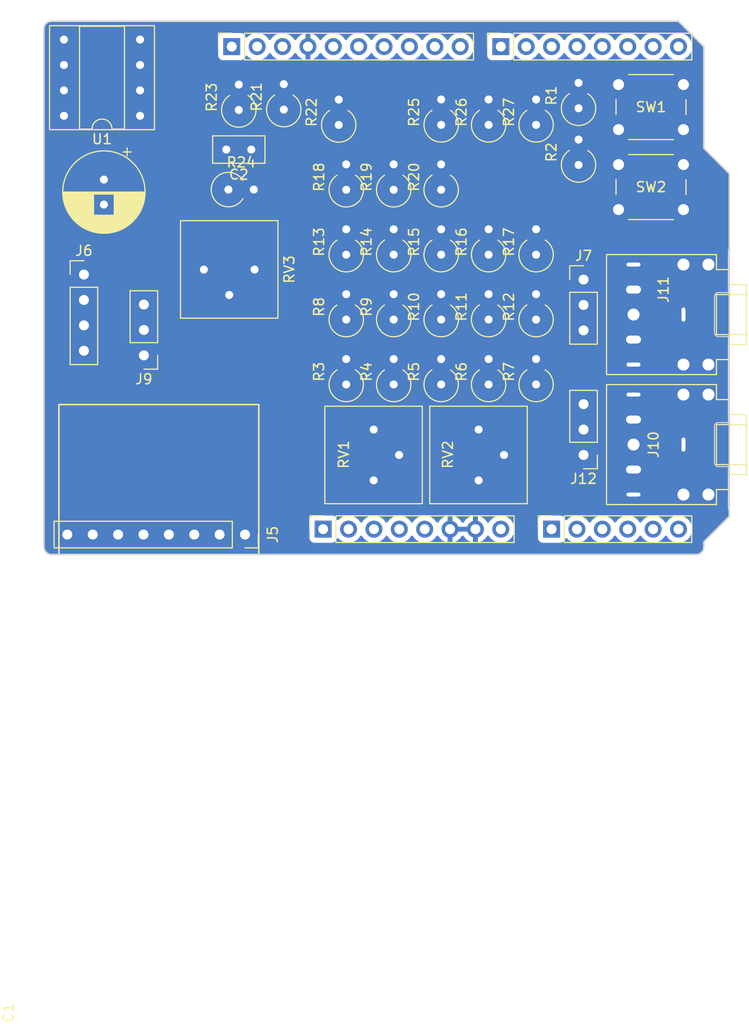
<source format=kicad_pcb>
(kicad_pcb (version 20241229) (generator "pcbnew") (generator_version "9.0")
  (title_block (date "mar. 31 mars 2015"))
  (layers (0 "F.Cu" signal) (2 "B.Cu" signal) (13 "F.Paste" user) (15 "B.Paste" user) (5 "F.SilkS" user "F.Silkscreen") (7 "B.SilkS" user "B.Silkscreen") (1 "F.Mask" user) (3 "B.Mask" user) (25 "Edge.Cuts" user))
  (net 0 "")
  (net 1 "GND")
  (net 3 "+5V")
  (net 4 "/IOREF")
  (net 5 "/A0")
  (net 6 "/A1")
  (net 7 "/SDA{slash}A4")
  (net 8 "/SCL{slash}A5")
  (net 9 "/AREF")
  (net 10 "/TX{slash}1")
  (net 11 "/RX{slash}0")
  (net 12 "+3V3")
  (net 13 "VCC")
  (net 14 "/~{RESET}")
  (net 15 "/SCL")
  (net 16 "/SDA")
  (net 21 "/BT1")
  (net 22 "/BT2")
  (net 23 "Net-(C2-Pad2)")
  (net 24 "Net-(U1A--)")
  (net 25 "/D7")
  (net 26 "/D8")
  (net 27 "/D9")
  (net 28 "/D6")
  (net 29 "/D4")
  (net 30 "/D5")
  (net 31 "/IN_RIGHT")
  (net 32 "/IN_LEFT")
  (net 33 "/D3")
  (net 34 "/D2")
  (net 35 "/D0")
  (net 36 "/D1")
  (net 37 "/AUDIO_OUT")
  (net 38 "Net-(J9-Pin_3)")
  (net 39 "Net-(J9-Pin_2)")
  (net 40 "Net-(R3-Pad2)")
  (net 41 "Net-(R5-Pad1)")
  (net 42 "Net-(R7-Pad1)")
  (net 43 "Net-(R10-Pad1)")
  (net 44 "Net-(R11-Pad1)")
  (net 45 "Net-(R13-Pad1)")
  (net 46 "Net-(R15-Pad1)")
  (net 47 "Net-(R17-Pad1)")
  (net 48 "Net-(R19-Pad1)")
  (net 49 "Net-(R21-Pad1)")
  (net 50 "Net-(R25-Pad2)")
  (net 51 "Net-(R26-Pad1)")
  (net 52 "Net-(U1B--)")
  (footprint "Connector_PinSocket_2.54mm:PinSocket_1x08_P2.54mm_Vertical" (layer "F.Cu") (at 127.94 97.46 90)
    (property "Reference" "J1" (hide yes))
    (property "Value" "Power")
    (pad "1" thru_hole rect (at 0 0 90) (size 1.7 1.7) (drill 1) (layers "*.Cu" "*.Mask"))
    (pad "2" thru_hole oval (at 0 2.54 90) (size 1.7 1.7) (drill 1) (layers "*.Cu" "*.Mask") (net 4 "/IOREF"))
    (pad "3" thru_hole oval (at 0 5.08 90) (size 1.7 1.7) (drill 1) (layers "*.Cu" "*.Mask") (net 14 "/~{RESET}"))
    (pad "4" thru_hole oval (at 0 7.62 90) (size 1.7 1.7) (drill 1) (layers "*.Cu" "*.Mask") (net 12 "+3V3"))
    (pad "5" thru_hole oval (at 0 10.16 90) (size 1.7 1.7) (drill 1) (layers "*.Cu" "*.Mask") (net 3 "+5V"))
    (pad "6" thru_hole oval (at 0 12.7 90) (size 1.7 1.7) (drill 1) (layers "*.Cu" "*.Mask") (net 1 "GND"))
    (pad "7" thru_hole oval (at 0 15.24 90) (size 1.7 1.7) (drill 1) (layers "*.Cu" "*.Mask") (net 1 "GND"))
    (pad "8" thru_hole oval (at 0 17.78 90) (size 1.7 1.7) (drill 1) (layers "*.Cu" "*.Mask") (net 13 "VCC"))
  )
  (footprint "Connector_PinSocket_2.54mm:PinSocket_1x06_P2.54mm_Vertical" (layer "F.Cu") (at 150.8 97.46 90)
    (property "Reference" "J3" (hide yes))
    (property "Value" "Analog")
    (pad "1" thru_hole rect (at 0 0 90) (size 1.7 1.7) (drill 1) (layers "*.Cu" "*.Mask") (net 5 "/A0"))
    (pad "2" thru_hole oval (at 0 2.54 90) (size 1.7 1.7) (drill 1) (layers "*.Cu" "*.Mask") (net 6 "/A1"))
    (pad "3" thru_hole oval (at 0 5.08 90) (size 1.7 1.7) (drill 1) (layers "*.Cu" "*.Mask") (net 31 "/IN_RIGHT"))
    (pad "4" thru_hole oval (at 0 7.62 90) (size 1.7 1.7) (drill 1) (layers "*.Cu" "*.Mask") (net 32 "/IN_LEFT"))
    (pad "5" thru_hole oval (at 0 10.16 90) (size 1.7 1.7) (drill 1) (layers "*.Cu" "*.Mask") (net 7 "/SDA{slash}A4"))
    (pad "6" thru_hole oval (at 0 12.7 90) (size 1.7 1.7) (drill 1) (layers "*.Cu" "*.Mask") (net 8 "/SCL{slash}A5"))
  )
  (footprint "Connector_PinSocket_2.54mm:PinSocket_1x10_P2.54mm_Vertical" (layer "F.Cu") (at 118.796 49.2 90)
    (property "Reference" "J2" (hide yes))
    (property "Value" "Digital/PWM")
    (pad "1" thru_hole rect (at 0 0 90) (size 1.7 1.7) (drill 1) (layers "*.Cu" "*.Mask") (net 15 "/SCL"))
    (pad "2" thru_hole oval (at 0 2.54 90) (size 1.7 1.7) (drill 1) (layers "*.Cu" "*.Mask") (net 16 "/SDA"))
    (pad "3" thru_hole oval (at 0 5.08 90) (size 1.7 1.7) (drill 1) (layers "*.Cu" "*.Mask") (net 9 "/AREF"))
    (pad "4" thru_hole oval (at 0 7.62 90) (size 1.7 1.7) (drill 1) (layers "*.Cu" "*.Mask") (net 1 "GND"))
    (pad "5" thru_hole oval (at 0 10.16 90) (size 1.7 1.7) (drill 1) (layers "*.Cu" "*.Mask") (net 27 "/D9"))
    (pad "6" thru_hole oval (at 0 12.7 90) (size 1.7 1.7) (drill 1) (layers "*.Cu" "*.Mask") (net 26 "/D8"))
    (pad "7" thru_hole oval (at 0 15.24 90) (size 1.7 1.7) (drill 1) (layers "*.Cu" "*.Mask") (net 25 "/D7"))
    (pad "8" thru_hole oval (at 0 17.78 90) (size 1.7 1.7) (drill 1) (layers "*.Cu" "*.Mask") (net 28 "/D6"))
    (pad "9" thru_hole oval (at 0 20.32 90) (size 1.7 1.7) (drill 1) (layers "*.Cu" "*.Mask") (net 30 "/D5"))
    (pad "10" thru_hole oval (at 0 22.86 90) (size 1.7 1.7) (drill 1) (layers "*.Cu" "*.Mask") (net 29 "/D4"))
  )
  (footprint "Connector_PinSocket_2.54mm:PinSocket_1x08_P2.54mm_Vertical" (layer "F.Cu") (at 145.72 49.2 90)
    (property "Reference" "J4" (hide yes))
    (property "Value" "Digital/PWM")
    (pad "1" thru_hole rect (at 0 0 90) (size 1.7 1.7) (drill 1) (layers "*.Cu" "*.Mask") (net 33 "/D3"))
    (pad "2" thru_hole oval (at 0 2.54 90) (size 1.7 1.7) (drill 1) (layers "*.Cu" "*.Mask") (net 34 "/D2"))
    (pad "3" thru_hole oval (at 0 5.08 90) (size 1.7 1.7) (drill 1) (layers "*.Cu" "*.Mask") (net 36 "/D1"))
    (pad "4" thru_hole oval (at 0 7.62 90) (size 1.7 1.7) (drill 1) (layers "*.Cu" "*.Mask") (net 35 "/D0"))
    (pad "5" thru_hole oval (at 0 10.16 90) (size 1.7 1.7) (drill 1) (layers "*.Cu" "*.Mask") (net 22 "/BT2"))
    (pad "6" thru_hole oval (at 0 12.7 90) (size 1.7 1.7) (drill 1) (layers "*.Cu" "*.Mask") (net 21 "/BT1"))
    (pad "7" thru_hole oval (at 0 15.24 90) (size 1.7 1.7) (drill 1) (layers "*.Cu" "*.Mask") (net 10 "/TX{slash}1"))
    (pad "8" thru_hole oval (at 0 17.78 90) (size 1.7 1.7) (drill 1) (layers "*.Cu" "*.Mask") (net 11 "/RX{slash}0"))
  )
  (footprint "Resistor_THT:R_Axial_DIN0309_L9.0mm_D3.2mm_P2.54mm_Vertical" (layer "F.Cu") (at 135 76.5 90)
    (property "Reference" "R9" (at 1.27 -2.72 90) (layer "F.SilkS"))
    (property "Value" "10k")
    (pad "1" thru_hole circle (at 0 0 90) (size 1.6 1.6) (drill 0.8) (layers "*.Cu" "*.Mask") (net 43 "Net-(R10-Pad1)"))
    (pad "2" thru_hole circle (at 2.54 0 90) (size 1.6 1.6) (drill 0.8) (layers "*.Cu" "*.Mask") (net 42 "Net-(R7-Pad1)"))
  )
  (footprint "Resistor_THT:R_Axial_DIN0309_L9.0mm_D3.2mm_P2.54mm_Vertical" (layer "F.Cu") (at 130.25 70.01 90)
    (property "Reference" "R13" (at 1.27 -2.72 90) (layer "F.SilkS"))
    (property "Value" "10k")
    (pad "1" thru_hole circle (at 0 0 90) (size 1.6 1.6) (drill 0.8) (layers "*.Cu" "*.Mask") (net 45 "Net-(R13-Pad1)"))
    (pad "2" thru_hole circle (at 2.54 0 90) (size 1.6 1.6) (drill 0.8) (layers "*.Cu" "*.Mask") (net 44 "Net-(R11-Pad1)"))
  )
  (footprint "Resistor_THT:R_Axial_DIN0309_L9.0mm_D3.2mm_P2.54mm_Vertical" (layer "F.Cu") (at 135 70.01 90)
    (property "Reference" "R14" (at 1.27 -2.72 90) (layer "F.SilkS"))
    (property "Value" "20k")
    (pad "1" thru_hole circle (at 0 0 90) (size 1.6 1.6) (drill 0.8) (layers "*.Cu" "*.Mask") (net 45 "Net-(R13-Pad1)"))
    (pad "2" thru_hole circle (at 2.54 0 90) (size 1.6 1.6) (drill 0.8) (layers "*.Cu" "*.Mask") (net 30 "/D5"))
  )
  (footprint "Resistor_THT:R_Axial_DIN0309_L9.0mm_D3.2mm_P2.54mm_Vertical" (layer "F.Cu") (at 130.25 63.52 90)
    (property "Reference" "R18" (at 1.27 -2.72 90) (layer "F.SilkS"))
    (property "Value" "20k")
    (pad "1" thru_hole circle (at 0 0 90) (size 1.6 1.6) (drill 0.8) (layers "*.Cu" "*.Mask") (net 47 "Net-(R17-Pad1)"))
    (pad "2" thru_hole circle (at 2.54 0 90) (size 1.6 1.6) (drill 0.8) (layers "*.Cu" "*.Mask") (net 25 "/D7"))
  )
  (footprint "Resistor_THT:R_Axial_DIN0309_L9.0mm_D3.2mm_P2.54mm_Vertical" (layer "F.Cu") (at 135 82.99 90)
    (property "Reference" "R4" (at 1.27 -2.72 90) (layer "F.SilkS"))
    (property "Value" "20k")
    (pad "1" thru_hole circle (at 0 0 90) (size 1.6 1.6) (drill 0.8) (layers "*.Cu" "*.Mask") (net 40 "Net-(R3-Pad2)"))
    (pad "2" thru_hole circle (at 2.54 0 90) (size 1.6 1.6) (drill 0.8) (layers "*.Cu" "*.Mask") (net 35 "/D0"))
  )
  (footprint "Resistor_THT:R_Axial_DIN0309_L9.0mm_D3.2mm_P2.54mm_Vertical" (layer "F.Cu") (at 139.75 70.01 90)
    (property "Reference" "R15" (at 1.27 -2.72 90) (layer "F.SilkS"))
    (property "Value" "10k")
    (pad "1" thru_hole circle (at 0 0 90) (size 1.6 1.6) (drill 0.8) (layers "*.Cu" "*.Mask") (net 46 "Net-(R15-Pad1)"))
    (pad "2" thru_hole circle (at 2.54 0 90) (size 1.6 1.6) (drill 0.8) (layers "*.Cu" "*.Mask") (net 45 "Net-(R13-Pad1)"))
  )
  (footprint "Resistor_THT:R_Axial_DIN0309_L9.0mm_D3.2mm_P2.54mm_Vertical" (layer "F.Cu") (at 135 63.52 90)
    (property "Reference" "R19" (at 1.27 -2.72 90) (layer "F.SilkS"))
    (property "Value" "10k")
    (pad "1" thru_hole circle (at 0 0 90) (size 1.6 1.6) (drill 0.8) (layers "*.Cu" "*.Mask") (net 48 "Net-(R19-Pad1)"))
    (pad "2" thru_hole circle (at 2.54 0 90) (size 1.6 1.6) (drill 0.8) (layers "*.Cu" "*.Mask") (net 47 "Net-(R17-Pad1)"))
  )
  (footprint "Capacitor_THT:C_Disc_D5.0mm_W2.5mm_P2.50mm" (layer "F.Cu") (at 120.75 59.5 180)
    (property "Reference" "C2" (at 1.25 -2.5 0) (layer "F.SilkS"))
    (property "Value" "100pF")
    (pad "1" thru_hole circle (at 0 0 180) (size 1.6 1.6) (drill 0.8) (layers "*.Cu" "*.Mask") (net 24 "Net-(U1A--)"))
    (pad "2" thru_hole circle (at 2.5 0 180) (size 1.6 1.6) (drill 0.8) (layers "*.Cu" "*.Mask") (net 23 "Net-(C2-Pad2)"))
  )
  (footprint "Resistor_THT:R_Axial_DIN0309_L9.0mm_D3.2mm_P2.54mm_Vertical" (layer "F.Cu") (at 149.25 82.99 90)
    (property "Reference" "R7" (at 1.27 -2.72 90) (layer "F.SilkS"))
    (property "Value" "10k")
    (pad "1" thru_hole circle (at 0 0 90) (size 1.6 1.6) (drill 0.8) (layers "*.Cu" "*.Mask") (net 42 "Net-(R7-Pad1)"))
    (pad "2" thru_hole circle (at 2.54 0 90) (size 1.6 1.6) (drill 0.8) (layers "*.Cu" "*.Mask") (net 41 "Net-(R5-Pad1)"))
  )
  (footprint "Resistor_THT:R_Axial_DIN0309_L9.0mm_D3.2mm_P2.54mm_Vertical" (layer "F.Cu") (at 124 55.5 90)
    (property "Reference" "R21" (at 1.27 -2.72 90) (layer "F.SilkS"))
    (property "Value" "10k")
    (pad "1" thru_hole circle (at 0 0 90) (size 1.6 1.6) (drill 0.8) (layers "*.Cu" "*.Mask") (net 49 "Net-(R21-Pad1)"))
    (pad "2" thru_hole circle (at 2.54 0 90) (size 1.6 1.6) (drill 0.8) (layers "*.Cu" "*.Mask") (net 48 "Net-(R19-Pad1)"))
  )
  (footprint "Button_Switch_THT:SW_PUSH_6mm" (layer "F.Cu") (at 164 65.5 180)
    (property "Reference" "SW2" (at 3.25 2.25 0) (layer "F.SilkS"))
    (property "Value" "BT_2")
    (pad "1" thru_hole circle (at 0 0 270) (size 2 2) (drill 1.1) (layers "*.Cu" "*.Mask") (net 3 "+5V"))
    (pad "1" thru_hole circle (at 6.5 0 270) (size 2 2) (drill 1.1) (layers "*.Cu" "*.Mask") (net 3 "+5V"))
    (pad "2" thru_hole circle (at 0 4.5 270) (size 2 2) (drill 1.1) (layers "*.Cu" "*.Mask") (net 22 "/BT2"))
    (pad "2" thru_hole circle (at 6.5 4.5 270) (size 2 2) (drill 1.1) (layers "*.Cu" "*.Mask") (net 22 "/BT2"))
  )
  (footprint "Resistor_THT:R_Axial_DIN0309_L9.0mm_D3.2mm_P2.54mm_Vertical" (layer "F.Cu") (at 139.75 63.52 90)
    (property "Reference" "R20" (at 1.27 -2.72 90) (layer "F.SilkS"))
    (property "Value" "20k")
    (pad "1" thru_hole circle (at 0 0 90) (size 1.6 1.6) (drill 0.8) (layers "*.Cu" "*.Mask") (net 48 "Net-(R19-Pad1)"))
    (pad "2" thru_hole circle (at 2.54 0 90) (size 1.6 1.6) (drill 0.8) (layers "*.Cu" "*.Mask") (net 26 "/D8"))
  )
  (footprint "Resistor_THT:R_Axial_DIN0309_L9.0mm_D3.2mm_P2.54mm_Vertical" (layer "F.Cu") (at 144.5 82.99 90)
    (property "Reference" "R6" (at 1.27 -2.72 90) (layer "F.SilkS"))
    (property "Value" "20k")
    (pad "1" thru_hole circle (at 0 0 90) (size 1.6 1.6) (drill 0.8) (layers "*.Cu" "*.Mask") (net 41 "Net-(R5-Pad1)"))
    (pad "2" thru_hole circle (at 2.54 0 90) (size 1.6 1.6) (drill 0.8) (layers "*.Cu" "*.Mask") (net 36 "/D1"))
  )
  (footprint "Connector_PinHeader_2.54mm:PinHeader_1x03_P2.54mm_Vertical" (layer "F.Cu") (at 154 72.5)
    (property "Reference" "J7" (at 0 -2.38 0) (layer "F.SilkS"))
    (property "Value" "AUDIO_OUT")
    (pad "1" thru_hole rect (at 0 0) (size 1.7 1.7) (drill 1) (layers "*.Cu" "*.Mask") (net 37 "/AUDIO_OUT"))
    (pad "2" thru_hole circle (at 0 2.54) (size 1.7 1.7) (drill 1) (layers "*.Cu" "*.Mask") (net 37 "/AUDIO_OUT"))
    (pad "3" thru_hole circle (at 0 5.08) (size 1.7 1.7) (drill 1) (layers "*.Cu" "*.Mask") (net 1 "GND"))
  )
  (footprint "Resistor_THT:R_Axial_DIN0309_L9.0mm_D3.2mm_P2.54mm_Vertical" (layer "F.Cu") (at 139.75 76.5 90)
    (property "Reference" "R10" (at 1.27 -2.72 90) (layer "F.SilkS"))
    (property "Value" "20k")
    (pad "1" thru_hole circle (at 0 0 90) (size 1.6 1.6) (drill 0.8) (layers "*.Cu" "*.Mask") (net 43 "Net-(R10-Pad1)"))
    (pad "2" thru_hole circle (at 2.54 0 90) (size 1.6 1.6) (drill 0.8) (layers "*.Cu" "*.Mask") (net 33 "/D3"))
  )
  (footprint "Connector_PinSocket_2.54mm:PinSocket_1x08_P2.54mm_Vertical" (layer "F.Cu") (at 120.12 98 -90)
    (property "Reference" "J5" (at 0 -2.77 90) (layer "F.SilkS"))
    (property "Value" "IMU_CONN")
    (pad "1" thru_hole rect (at 0 0 270) (size 1.7 1.7) (drill 1) (layers "*.Cu" "*.Mask"))
    (pad "2" thru_hole circle (at 0 2.54 270) (size 1.7 1.7) (drill 1) (layers "*.Cu" "*.Mask"))
    (pad "3" thru_hole circle (at 0 5.08 270) (size 1.7 1.7) (drill 1) (layers "*.Cu" "*.Mask"))
    (pad "4" thru_hole circle (at 0 7.62 270) (size 1.7 1.7) (drill 1) (layers "*.Cu" "*.Mask"))
    (pad "5" thru_hole circle (at 0 10.16 270) (size 1.7 1.7) (drill 1) (layers "*.Cu" "*.Mask") (net 16 "/SDA"))
    (pad "6" thru_hole circle (at 0 12.7 270) (size 1.7 1.7) (drill 1) (layers "*.Cu" "*.Mask") (net 15 "/SCL"))
    (pad "7" thru_hole circle (at 0 15.24 270) (size 1.7 1.7) (drill 1) (layers "*.Cu" "*.Mask") (net 1 "GND"))
    (pad "8" thru_hole circle (at 0 17.78 270) (size 1.7 1.7) (drill 1) (layers "*.Cu" "*.Mask") (net 3 "+5V"))
  )
  (footprint "Resistor_THT:R_Axial_DIN0309_L9.0mm_D3.2mm_P2.54mm_Vertical" (layer "F.Cu") (at 144.5 57.03 90)
    (property "Reference" "R26" (at 1.27 -2.72 90) (layer "F.SilkS"))
    (property "Value" "20k")
    (pad "1" thru_hole circle (at 0 0 90) (size 1.6 1.6) (drill 0.8) (layers "*.Cu" "*.Mask") (net 51 "Net-(R26-Pad1)"))
    (pad "2" thru_hole circle (at 2.54 0 90) (size 1.6 1.6) (drill 0.8) (layers "*.Cu" "*.Mask") (net 1 "GND"))
  )
  (footprint "Connector_Audio:Jack_3.5mm_CUI_SJ1-3525N_Horizontal" (layer "F.Cu") (at 164 76 90)
    (property "Reference" "J11" (at 2.5 -2 90) (layer "F.SilkS"))
    (property "Value" "AudioJack5")
    (fp_line (start 1.8 3.1) (end -1.8 3.1) (stroke (width 0.12)) (layer "Edge.Cuts"))
    (fp_line (start 2.2 3.5) (end 2.2 4.5) (stroke (width 0.12)) (layer "Edge.Cuts"))
    (fp_line (start -2.2 3.5) (end -2.2 4.5) (stroke (width 0.12)) (layer "Edge.Cuts"))
    (fp_line (start 2.2 4.5) (end 6.5 4.5) (stroke (width 0.12)) (layer "Edge.Cuts"))
    (fp_line (start -2.2 4.5) (end -6.5 4.5) (stroke (width 0.12)) (layer "Edge.Cuts"))
    (fp_arc (start 1.8 3.1) (mid 2.082843 3.217157) (end 2.2 3.5) (stroke (width 0.12)) (layer "Edge.Cuts"))
    (fp_arc (start -2.2 3.5) (mid -2.082842 3.217158) (end -1.8 3.1) (stroke (width 0.12)) (layer "Edge.Cuts"))
    (pad "" np_thru_hole circle (at -5 0 90) (size 1.2 1.2) (drill 1.2) (layers "*.Cu" "*.Mask"))
    (pad "" np_thru_hole circle (at -5 2.5 90) (size 1.2 1.2) (drill 1.2) (layers "*.Cu" "*.Mask"))
    (pad "" np_thru_hole circle (at 0 -5 90) (size 1.2 1.2) (drill 1.2) (layers "*.Cu" "*.Mask"))
    (pad "" np_thru_hole circle (at 5 0 90) (size 1.2 1.2) (drill 1.2) (layers "*.Cu" "*.Mask"))
    (pad "" np_thru_hole circle (at 5 2.5 90) (size 1.2 1.2) (drill 1.2) (layers "*.Cu" "*.Mask"))
    (pad "R" thru_hole oval (at -5 -5 90) (size 1.2 2.2) (drill oval 0.4 1.4) (layers "*.Cu" "*.Mask") (net 37 "/AUDIO_OUT"))
    (pad "RN" thru_hole oval (at -2.5 -5 90) (size 1.6 2.3) (drill oval 0.8 1.5) (layers "*.Cu" "*.Mask") (net 37 "/AUDIO_OUT"))
    (pad "S" thru_hole oval (at 0 0 90) (size 2.2 1.2) (drill oval 1.4 0.4) (layers "*.Cu" "*.Mask") (net 1 "GND"))
    (pad "T" thru_hole oval (at 5 -5 270) (size 1.2 2.2) (drill oval 0.4 1.4) (layers "*.Cu" "*.Mask") (net 37 "/AUDIO_OUT"))
    (pad "TN" thru_hole oval (at 2.5 -5 270) (size 1.6 2.5) (drill oval 0.8 1.5) (layers "*.Cu" "*.Mask") (net 37 "/AUDIO_OUT"))
  )
  (footprint "Resistor_THT:R_Axial_DIN0309_L9.0mm_D3.2mm_P2.54mm_Vertical" (layer "F.Cu") (at 139.75 82.99 90)
    (property "Reference" "R5" (at 1.27 -2.72 90) (layer "F.SilkS"))
    (property "Value" "10k")
    (pad "1" thru_hole circle (at 0 0 90) (size 1.6 1.6) (drill 0.8) (layers "*.Cu" "*.Mask") (net 41 "Net-(R5-Pad1)"))
    (pad "2" thru_hole circle (at 2.54 0 90) (size 1.6 1.6) (drill 0.8) (layers "*.Cu" "*.Mask") (net 40 "Net-(R3-Pad2)"))
  )
  (footprint "Capacitor_THT:CP_Radial_D8.0mm_P2.50mm" (layer "F.Cu") (at 106 62.5 -90)
    (property "Reference" "C1" (at 83.34 9.55 90) (layer "F.SilkS"))
    (property "Value" "47uF")
    (pad "1" thru_hole roundrect (at 0 0 270) (size 1.6 1.6) (drill 0.8) (layers "*.Cu" "*.Mask") (roundrect_rratio 0.15625) (net 3 "+5V"))
    (pad "2" thru_hole circle (at 2.5 0 270) (size 1.6 1.6) (drill 0.8) (layers "*.Cu" "*.Mask") (net 1 "GND"))
  )
  (footprint "Resistor_THT:R_Axial_DIN0309_L9.0mm_D3.2mm_P2.54mm_Vertical" (layer "F.Cu") (at 118.46 63.5)
    (property "Reference" "R24" (at 1.27 -2.72 0) (layer "F.SilkS"))
    (property "Value" "20k")
    (pad "1" thru_hole circle (at 0 0) (size 1.6 1.6) (drill 0.8) (layers "*.Cu" "*.Mask") (net 23 "Net-(C2-Pad2)"))
    (pad "2" thru_hole circle (at 2.54 0) (size 1.6 1.6) (drill 0.8) (layers "*.Cu" "*.Mask") (net 24 "Net-(U1A--)"))
  )
  (footprint "Resistor_THT:R_Axial_DIN0309_L9.0mm_D3.2mm_P2.54mm_Vertical" (layer "F.Cu") (at 149.25 76.5 90)
    (property "Reference" "R12" (at 1.27 -2.72 90) (layer "F.SilkS"))
    (property "Value" "20k")
    (pad "1" thru_hole circle (at 0 0 90) (size 1.6 1.6) (drill 0.8) (layers "*.Cu" "*.Mask") (net 44 "Net-(R11-Pad1)"))
    (pad "2" thru_hole circle (at 2.54 0 90) (size 1.6 1.6) (drill 0.8) (layers "*.Cu" "*.Mask") (net 29 "/D4"))
  )
  (footprint "Button_Switch_THT:SW_PUSH_6mm" (layer "F.Cu") (at 164 57.5 180)
    (property "Reference" "SW1" (at 3.25 2.25 0) (layer "F.SilkS"))
    (property "Value" "BT_1")
    (pad "1" thru_hole circle (at 0 0 270) (size 2 2) (drill 1.1) (layers "*.Cu" "*.Mask") (net 3 "+5V"))
    (pad "1" thru_hole circle (at 6.5 0 270) (size 2 2) (drill 1.1) (layers "*.Cu" "*.Mask") (net 3 "+5V"))
    (pad "2" thru_hole circle (at 0 4.5 270) (size 2 2) (drill 1.1) (layers "*.Cu" "*.Mask") (net 21 "/BT1"))
    (pad "2" thru_hole circle (at 6.5 4.5 270) (size 2 2) (drill 1.1) (layers "*.Cu" "*.Mask") (net 21 "/BT1"))
  )
  (footprint "Resistor_THT:R_Axial_DIN0309_L9.0mm_D3.2mm_P2.54mm_Vertical" (layer "F.Cu") (at 144.5 76.5 90)
    (property "Reference" "R11" (at 1.27 -2.72 90) (layer "F.SilkS"))
    (property "Value" "10k")
    (pad "1" thru_hole circle (at 0 0 90) (size 1.6 1.6) (drill 0.8) (layers "*.Cu" "*.Mask") (net 44 "Net-(R11-Pad1)"))
    (pad "2" thru_hole circle (at 2.54 0 90) (size 1.6 1.6) (drill 0.8) (layers "*.Cu" "*.Mask") (net 43 "Net-(R10-Pad1)"))
  )
  (footprint "Resistor_THT:R_Axial_DIN0309_L9.0mm_D3.2mm_P2.54mm_Vertical" (layer "F.Cu") (at 129.5 57.04 90)
    (property "Reference" "R22" (at 1.27 -2.72 90) (layer "F.SilkS"))
    (property "Value" "20k")
    (pad "1" thru_hole circle (at 0 0 90) (size 1.6 1.6) (drill 0.8) (layers "*.Cu" "*.Mask") (net 49 "Net-(R21-Pad1)"))
    (pad "2" thru_hole circle (at 2.54 0 90) (size 1.6 1.6) (drill 0.8) (layers "*.Cu" "*.Mask") (net 27 "/D9"))
  )
  (footprint "Connector_PinHeader_2.54mm:PinHeader_1x03_P2.54mm_Vertical" (layer "F.Cu") (at 154 90.04 180)
    (property "Reference" "J12" (at 0 -2.38 0) (layer "F.SilkS"))
    (property "Value" "AUDIO_IN")
    (pad "1" thru_hole rect (at 0 0 180) (size 1.7 1.7) (drill 1) (layers "*.Cu" "*.Mask") (net 1 "GND"))
    (pad "2" thru_hole circle (at 0 2.54 180) (size 1.7 1.7) (drill 1) (layers "*.Cu" "*.Mask") (net 31 "/IN_RIGHT"))
    (pad "3" thru_hole circle (at 0 5.08 180) (size 1.7 1.7) (drill 1) (layers "*.Cu" "*.Mask") (net 32 "/IN_LEFT"))
  )
  (footprint "Resistor_THT:R_Axial_DIN0309_L9.0mm_D3.2mm_P2.54mm_Vertical" (layer "F.Cu") (at 153.5 55.37 90)
    (property "Reference" "R1" (at 1.27 -2.72 90) (layer "F.SilkS"))
    (property "Value" "100k")
    (pad "1" thru_hole circle (at 0 0 90) (size 1.6 1.6) (drill 0.8) (layers "*.Cu" "*.Mask") (net 21 "/BT1"))
    (pad "2" thru_hole circle (at 2.54 0 90) (size 1.6 1.6) (drill 0.8) (layers "*.Cu" "*.Mask") (net 1 "GND"))
  )
  (footprint "Resistor_THT:R_Axial_DIN0309_L9.0mm_D3.2mm_P2.54mm_Vertical" (layer "F.Cu") (at 149.25 57.03 90)
    (property "Reference" "R27" (at 1.27 -2.72 90) (layer "F.SilkS"))
    (property "Value" "1k")
    (pad "1" thru_hole circle (at 0 0 90) (size 1.6 1.6) (drill 0.8) (layers "*.Cu" "*.Mask") (net 37 "/AUDIO_OUT"))
    (pad "2" thru_hole circle (at 2.54 0 90) (size 1.6 1.6) (drill 0.8) (layers "*.Cu" "*.Mask") (net 23 "Net-(C2-Pad2)"))
  )
  (footprint "Resistor_THT:R_Axial_DIN0309_L9.0mm_D3.2mm_P2.54mm_Vertical" (layer "F.Cu") (at 149.25 70.01 90)
    (property "Reference" "R17" (at 1.27 -2.72 90) (layer "F.SilkS"))
    (property "Value" "10k")
    (pad "1" thru_hole circle (at 0 0 90) (size 1.6 1.6) (drill 0.8) (layers "*.Cu" "*.Mask") (net 47 "Net-(R17-Pad1)"))
    (pad "2" thru_hole circle (at 2.54 0 90) (size 1.6 1.6) (drill 0.8) (layers "*.Cu" "*.Mask") (net 46 "Net-(R15-Pad1)"))
  )
  (footprint "Resistor_THT:R_Axial_DIN0309_L9.0mm_D3.2mm_P2.54mm_Vertical" (layer "F.Cu") (at 139.75 57.03 90)
    (property "Reference" "R25" (at 1.27 -2.72 90) (layer "F.SilkS"))
    (property "Value" "20k")
    (pad "1" thru_hole circle (at 0 0 90) (size 1.6 1.6) (drill 0.8) (layers "*.Cu" "*.Mask") (net 3 "+5V"))
    (pad "2" thru_hole circle (at 2.54 0 90) (size 1.6 1.6) (drill 0.8) (layers "*.Cu" "*.Mask") (net 50 "Net-(R25-Pad2)"))
  )
  (footprint "Resistor_THT:R_Axial_DIN0309_L9.0mm_D3.2mm_P2.54mm_Vertical" (layer "F.Cu") (at 144.5 70.01 90)
    (property "Reference" "R16" (at 1.27 -2.72 90) (layer "F.SilkS"))
    (property "Value" "20k")
    (pad "1" thru_hole circle (at 0 0 90) (size 1.6 1.6) (drill 0.8) (layers "*.Cu" "*.Mask") (net 46 "Net-(R15-Pad1)"))
    (pad "2" thru_hole circle (at 2.54 0 90) (size 1.6 1.6) (drill 0.8) (layers "*.Cu" "*.Mask") (net 28 "/D6"))
  )
  (footprint "Potentiometer_THT:Potentiometer_Bourns_3386P_Vertical" (layer "F.Cu") (at 133 92.58)
    (property "Reference" "RV1" (at -3 -2.58 90) (layer "F.SilkS"))
    (property "Value" "100k")
    (pad "1" thru_hole circle (at 0 0) (size 1.44 1.44) (drill 0.8) (layers "*.Cu" "*.Mask") (net 3 "+5V"))
    (pad "2" thru_hole circle (at 2.54 -2.54) (size 1.44 1.44) (drill 0.8) (layers "*.Cu" "*.Mask") (net 5 "/A0"))
    (pad "3" thru_hole circle (at 0 -5.08) (size 1.44 1.44) (drill 0.8) (layers "*.Cu" "*.Mask") (net 1 "GND"))
  )
  (footprint "Resistor_THT:R_Axial_DIN0309_L9.0mm_D3.2mm_P2.54mm_Vertical" (layer "F.Cu") (at 153.5 61.04 90)
    (property "Reference" "R2" (at 1.27 -2.72 90) (layer "F.SilkS"))
    (property "Value" "100k")
    (pad "1" thru_hole circle (at 0 0 90) (size 1.6 1.6) (drill 0.8) (layers "*.Cu" "*.Mask") (net 22 "/BT2"))
    (pad "2" thru_hole circle (at 2.54 0 90) (size 1.6 1.6) (drill 0.8) (layers "*.Cu" "*.Mask") (net 1 "GND"))
  )
  (footprint "Package_DIP:DIP-8_W7.62mm_Socket_LongPads" (layer "F.Cu") (at 109.62 56.12 180)
    (property "Reference" "U1" (at 3.81 -2.33 0) (layer "F.SilkS"))
    (property "Value" "MCP6002-xP")
    (pad "1" thru_hole roundrect (at 0 0 180) (size 2.4 1.6) (drill 0.8) (layers "*.Cu" "*.Mask") (roundrect_rratio 0.15625) (net 23 "Net-(C2-Pad2)"))
    (pad "2" thru_hole oval (at 0 2.54 180) (size 2.4 1.6) (drill 0.8) (layers "*.Cu" "*.Mask") (net 24 "Net-(U1A--)"))
    (pad "3" thru_hole oval (at 0 5.08 180) (size 2.4 1.6) (drill 0.8) (layers "*.Cu" "*.Mask") (net 39 "Net-(J9-Pin_2)"))
    (pad "4" thru_hole oval (at 0 7.62 180) (size 2.4 1.6) (drill 0.8) (layers "*.Cu" "*.Mask") (net 1 "GND"))
    (pad "5" thru_hole oval (at 7.62 7.62 180) (size 2.4 1.6) (drill 0.8) (layers "*.Cu" "*.Mask") (net 1 "GND"))
    (pad "6" thru_hole oval (at 7.62 5.08 180) (size 2.4 1.6) (drill 0.8) (layers "*.Cu" "*.Mask") (net 52 "Net-(U1B--)"))
    (pad "7" thru_hole oval (at 7.62 2.54 180) (size 2.4 1.6) (drill 0.8) (layers "*.Cu" "*.Mask") (net 52 "Net-(U1B--)"))
    (pad "8" thru_hole oval (at 7.62 0 180) (size 2.4 1.6) (drill 0.8) (layers "*.Cu" "*.Mask") (net 3 "+5V"))
  )
  (footprint "Connector_PinHeader_2.54mm:PinHeader_1x03_P2.54mm_Vertical" (layer "F.Cu") (at 110 80.08 180)
    (property "Reference" "J9" (at 0 -2.38 0) (layer "F.SilkS"))
    (property "Value" "JUMPER")
    (pad "1" thru_hole rect (at 0 0 180) (size 1.7 1.7) (drill 1) (layers "*.Cu" "*.Mask") (net 1 "GND"))
    (pad "2" thru_hole circle (at 0 2.54 180) (size 1.7 1.7) (drill 1) (layers "*.Cu" "*.Mask") (net 39 "Net-(J9-Pin_2)"))
    (pad "3" thru_hole circle (at 0 5.08 180) (size 1.7 1.7) (drill 1) (layers "*.Cu" "*.Mask") (net 38 "Net-(J9-Pin_3)"))
  )
  (footprint "Resistor_THT:R_Axial_DIN0309_L9.0mm_D3.2mm_P2.54mm_Vertical" (layer "F.Cu") (at 130.25 82.99 90)
    (property "Reference" "R3" (at 1.27 -2.72 90) (layer "F.SilkS"))
    (property "Value" "20k")
    (pad "1" thru_hole circle (at 0 0 90) (size 1.6 1.6) (drill 0.8) (layers "*.Cu" "*.Mask") (net 1 "GND"))
    (pad "2" thru_hole circle (at 2.54 0 90) (size 1.6 1.6) (drill 0.8) (layers "*.Cu" "*.Mask") (net 40 "Net-(R3-Pad2)"))
  )
  (footprint "Connector_Audio:Jack_3.5mm_CUI_SJ1-3525N_Horizontal" (layer "F.Cu") (at 164 89 90)
    (property "Reference" "J10" (at 0 -3 90) (layer "F.SilkS"))
    (property "Value" "AudioJack5")
    (fp_line (start 1.8 3.1) (end -1.8 3.1) (stroke (width 0.12)) (layer "Edge.Cuts"))
    (fp_line (start 2.2 3.5) (end 2.2 4.5) (stroke (width 0.12)) (layer "Edge.Cuts"))
    (fp_line (start -2.2 3.5) (end -2.2 4.5) (stroke (width 0.12)) (layer "Edge.Cuts"))
    (fp_line (start 2.2 4.5) (end 6.5 4.5) (stroke (width 0.12)) (layer "Edge.Cuts"))
    (fp_line (start -2.2 4.5) (end -6.5 4.5) (stroke (width 0.12)) (layer "Edge.Cuts"))
    (fp_arc (start 1.8 3.1) (mid 2.082843 3.217157) (end 2.2 3.5) (stroke (width 0.12)) (layer "Edge.Cuts"))
    (fp_arc (start -2.2 3.5) (mid -2.082842 3.217158) (end -1.8 3.1) (stroke (width 0.12)) (layer "Edge.Cuts"))
    (pad "" np_thru_hole circle (at -5 0 90) (size 1.2 1.2) (drill 1.2) (layers "*.Cu" "*.Mask"))
    (pad "" np_thru_hole circle (at -5 2.5 90) (size 1.2 1.2) (drill 1.2) (layers "*.Cu" "*.Mask"))
    (pad "" np_thru_hole circle (at 0 -5 90) (size 1.2 1.2) (drill 1.2) (layers "*.Cu" "*.Mask"))
    (pad "" np_thru_hole circle (at 5 0 90) (size 1.2 1.2) (drill 1.2) (layers "*.Cu" "*.Mask"))
    (pad "" np_thru_hole circle (at 5 2.5 90) (size 1.2 1.2) (drill 1.2) (layers "*.Cu" "*.Mask"))
    (pad "R" thru_hole oval (at -5 -5 90) (size 1.2 2.2) (drill oval 0.4 1.4) (layers "*.Cu" "*.Mask") (net 31 "/IN_RIGHT"))
    (pad "RN" thru_hole oval (at -2.5 -5 90) (size 1.6 2.3) (drill oval 0.8 1.5) (layers "*.Cu" "*.Mask") (net 31 "/IN_RIGHT"))
    (pad "S" thru_hole oval (at 0 0 90) (size 2.2 1.2) (drill oval 1.4 0.4) (layers "*.Cu" "*.Mask") (net 1 "GND"))
    (pad "T" thru_hole oval (at 5 -5 270) (size 1.2 2.2) (drill oval 0.4 1.4) (layers "*.Cu" "*.Mask") (net 32 "/IN_LEFT"))
    (pad "TN" thru_hole oval (at 2.5 -5 270) (size 1.6 2.5) (drill oval 0.8 1.5) (layers "*.Cu" "*.Mask") (net 32 "/IN_LEFT"))
  )
  (footprint "Potentiometer_THT:Potentiometer_Bourns_3386P_Vertical" (layer "F.Cu") (at 116 71.5 -90)
    (property "Reference" "RV3" (at -0.015 -8.555 90) (layer "F.SilkS"))
    (property "Value" "100k")
    (pad "1" thru_hole circle (at 0 0 270) (size 1.44 1.44) (drill 0.8) (layers "*.Cu" "*.Mask") (net 50 "Net-(R25-Pad2)"))
    (pad "2" thru_hole circle (at 2.54 -2.54 270) (size 1.44 1.44) (drill 0.8) (layers "*.Cu" "*.Mask") (net 38 "Net-(J9-Pin_3)"))
    (pad "3" thru_hole circle (at 0 -5.08 270) (size 1.44 1.44) (drill 0.8) (layers "*.Cu" "*.Mask") (net 51 "Net-(R26-Pad1)"))
  )
  (footprint "Potentiometer_THT:Potentiometer_Bourns_3386P_Vertical" (layer "F.Cu") (at 143.5 92.58)
    (property "Reference" "RV2" (at -3.08 -2.58 90) (layer "F.SilkS"))
    (property "Value" "100k")
    (pad "1" thru_hole circle (at 0 0) (size 1.44 1.44) (drill 0.8) (layers "*.Cu" "*.Mask") (net 3 "+5V"))
    (pad "2" thru_hole circle (at 2.54 -2.54) (size 1.44 1.44) (drill 0.8) (layers "*.Cu" "*.Mask") (net 6 "/A1"))
    (pad "3" thru_hole circle (at 0 -5.08) (size 1.44 1.44) (drill 0.8) (layers "*.Cu" "*.Mask") (net 1 "GND"))
  )
  (footprint "Resistor_THT:R_Axial_DIN0309_L9.0mm_D3.2mm_P2.54mm_Vertical" (layer "F.Cu") (at 130.25 76.5 90)
    (property "Reference" "R8" (at 1.27 -2.72 90) (layer "F.SilkS"))
    (property "Value" "20k")
    (pad "1" thru_hole circle (at 0 0 90) (size 1.6 1.6) (drill 0.8) (layers "*.Cu" "*.Mask") (net 42 "Net-(R7-Pad1)"))
    (pad "2" thru_hole circle (at 2.54 0 90) (size 1.6 1.6) (drill 0.8) (layers "*.Cu" "*.Mask") (net 34 "/D2"))
  )
  (footprint "Connector_PinHeader_2.54mm:PinHeader_1x04_P2.54mm_Vertical" (layer "F.Cu") (at 104 72)
    (property "Reference" "J6" (at 0 -2.38 0) (layer "F.SilkS"))
    (property "Value" "SCREEN_CONN")
    (pad "1" thru_hole rect (at 0 0) (size 1.7 1.7) (drill 1) (layers "*.Cu" "*.Mask") (net 1 "GND"))
    (pad "2" thru_hole circle (at 0 2.54) (size 1.7 1.7) (drill 1) (layers "*.Cu" "*.Mask") (net 3 "+5V"))
    (pad "3" thru_hole circle (at 0 5.08) (size 1.7 1.7) (drill 1) (layers "*.Cu" "*.Mask") (net 15 "/SCL"))
    (pad "4" thru_hole circle (at 0 7.62) (size 1.7 1.7) (drill 1) (layers "*.Cu" "*.Mask") (net 16 "/SDA"))
  )
  (footprint "Resistor_THT:R_Axial_DIN0309_L9.0mm_D3.2mm_P2.54mm_Vertical" (layer "F.Cu") (at 119.5 55.54 90)
    (property "Reference" "R23" (at 1.27 -2.72 90) (layer "F.SilkS"))
    (property "Value" "20k")
    (pad "1" thru_hole circle (at 0 0 90) (size 1.6 1.6) (drill 0.8) (layers "*.Cu" "*.Mask") (net 24 "Net-(U1A--)"))
    (pad "2" thru_hole circle (at 2.54 0 90) (size 1.6 1.6) (drill 0.8) (layers "*.Cu" "*.Mask") (net 49 "Net-(R21-Pad1)"))
  )
  (gr_rect (start 101.5 85) (end 121.5 100) (stroke (width 0.15)) (fill no) (layer "F.SilkS"))
  (gr_line (start 166.04 59.36) (end 168.58 61.9) (stroke (width 0.15)) (layer "Edge.Cuts"))
  (gr_line (start 100 99.238) (end 100 47.422) (stroke (width 0.15)) (layer "Edge.Cuts"))
  (gr_line (start 168.58 61.9) (end 168.58 96.19) (stroke (width 0.15)) (layer "Edge.Cuts"))
  (gr_line (start 165.278 100) (end 100.762 100) (stroke (width 0.15)) (layer "Edge.Cuts"))
  (gr_line (start 100.762 46.66) (end 163.5 46.66) (stroke (width 0.15)) (layer "Edge.Cuts"))
  (gr_arc (start 100.762 100) (mid 100.223185 99.776815) (end 100 99.238) (stroke (width 0.15)) (layer "Edge.Cuts"))
  (gr_line (start 168.58 96.19) (end 166.04 98.73) (stroke (width 0.15)) (layer "Edge.Cuts"))
  (gr_line (start 163.5 46.66) (end 166.04 49.2) (stroke (width 0.15)) (layer "Edge.Cuts"))
  (gr_arc (start 166.04 99.238) (mid 165.816815 99.776815) (end 165.278 100) (stroke (width 0.15)) (layer "Edge.Cuts"))
  (gr_line (start 166.04 49.2) (end 166.04 59.36) (stroke (width 0.15)) (layer "Edge.Cuts"))
  (gr_line (start 166.04 98.73) (end 166.04 99.238) (stroke (width 0.15)) (layer "Edge.Cuts"))
  (gr_arc (start 100 47.422) (mid 100.223185 46.883185) (end 100.762 46.66) (stroke (width 0.15)) (layer "Edge.Cuts"))
  (zone (net 1) (net_name "GND") (layer "B.Cu") (connect_pads (clearance 0.508)) (min_thickness 0.25) (fill yes (thermal_gap 0.5) (thermal_bridge_width 0.5))
    (polygon (pts (xy 99.5 46) (xy 169 46) (xy 169 101.5) (xy 99.5 101.5)))
  )
)
</source>
